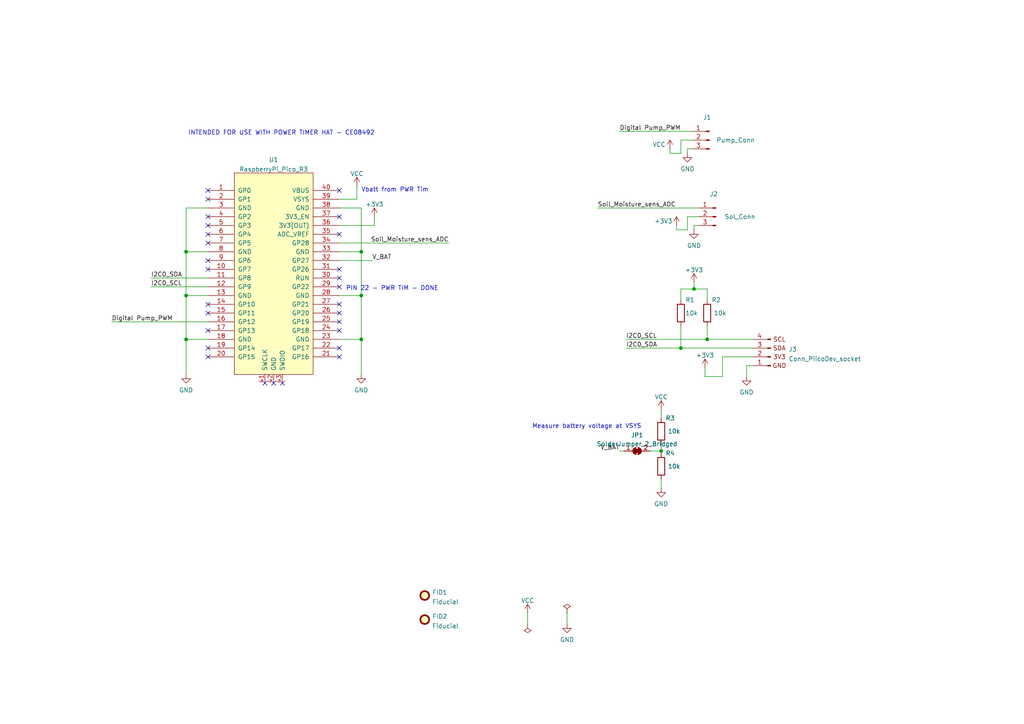
<source format=kicad_sch>
(kicad_sch (version 20211123) (generator eeschema)
  (paper "A4")
  (lib_symbols
    (symbol "Connector:Conn_01x03_Male" (pin_names (offset 1.016) hide)
      (property "Reference" "J" (at 0 5.08 0))
      (property "Value" "Conn_01x03_Male" (at 0 -5.08 0))
      (symbol "Conn_01x03_Male_1_1"
        (polyline (pts (xy 1.27 -2.54) (xy 0.8636 -2.54)) (stroke (width 0.1524)))
        (polyline (pts (xy 1.27 0) (xy 0.8636 0)) (stroke (width 0.1524)))
        (polyline (pts (xy 1.27 2.54) (xy 0.8636 2.54)) (stroke (width 0.1524)))
        (rectangle (start 0.8636 -2.413) (end 0 -2.667) (stroke (width 0.1524)) (fill (type outline)))
        (rectangle (start 0.8636 0.127) (end 0 -0.127) (stroke (width 0.1524)) (fill (type outline)))
        (rectangle (start 0.8636 2.667) (end 0 2.413) (stroke (width 0.1524)) (fill (type outline)))
        (pin passive line (at 5.08 2.54 180) (length 3.81) (name "Pin_1") (number "1"))
        (pin passive line (at 5.08 0 180) (length 3.81) (name "Pin_2") (number "2"))
        (pin passive line (at 5.08 -2.54 180) (length 3.81) (name "Pin_3") (number "3"))
      )
    )
    (symbol "CoreElectronics_Components:Conn_PiicoDev_socket" (pin_names (offset 1.016) hide)
      (property "Reference" "J" (at 0 7.62 0))
      (property "Value" "Conn_PiicoDev_socket" (at 0 -7.62 0))
      (symbol "Conn_PiicoDev_socket_0_0"
        (text "3V3" (at -2.54 2.54 0) (effects (font (size 1.27 1.27))))
        (text "GND" (at -2.54 5.08 0) (effects (font (size 1.27 1.27))))
        (text "SCL" (at -2.54 -2.54 0) (effects (font (size 1.27 1.27))))
        (text "SDA" (at -2.54 0 0) (effects (font (size 1.27 1.27))))
      )
      (symbol "Conn_PiicoDev_socket_1_1"
        (polyline (pts (xy 1.27 -2.54) (xy 0.8636 -2.54)) (stroke (width 0.1524)))
        (polyline (pts (xy 1.27 0) (xy 0.8636 0)) (stroke (width 0.1524)))
        (polyline (pts (xy 1.27 2.54) (xy 0.8636 2.54)) (stroke (width 0.1524)))
        (polyline (pts (xy 1.27 5.08) (xy 0.8636 5.08)) (stroke (width 0.1524)))
        (rectangle (start 0.8636 -2.413) (end 0 -2.667) (stroke (width 0.1524)) (fill (type outline)))
        (rectangle (start 0.8636 0.127) (end 0 -0.127) (stroke (width 0.1524)) (fill (type outline)))
        (rectangle (start 0.8636 2.667) (end 0 2.413) (stroke (width 0.1524)) (fill (type outline)))
        (rectangle (start 0.8636 5.207) (end 0 4.953) (stroke (width 0.1524)) (fill (type outline)))
        (pin passive line (at 5.08 5.08 180) (length 3.81) (name "Pin_1") (number "1"))
        (pin passive line (at 5.08 2.54 180) (length 3.81) (name "Pin_2") (number "2"))
        (pin passive line (at 5.08 0 180) (length 3.81) (name "Pin_3") (number "3"))
        (pin passive line (at 5.08 -2.54 180) (length 3.81) (name "Pin_4") (number "4"))
      )
    )
    (symbol "CoreElectronics_Components:RaspberryPi_Pico_R3" (pin_names (offset 1.016))
      (property "Reference" "U1" (at 0 33.0495 0))
      (property "Value" "RaspberryPi_Pico_R3" (at 0 30.2744 0))
      (symbol "RaspberryPi_Pico_R3_1_0"
        (rectangle (start -11.43 -29.21) (end 11.43 29.21) (fill (type background)))
      )
      (symbol "RaspberryPi_Pico_R3_1_1"
        (pin bidirectional line (at -19.05 24.13 0) (length 7.62) (name "GP0") (number "1"))
        (pin bidirectional line (at -19.05 1.27 0) (length 7.62) (name "GP7") (number "10"))
        (pin bidirectional line (at -19.05 -1.27 0) (length 7.62) (name "GP8") (number "11"))
        (pin bidirectional line (at -19.05 -3.81 0) (length 7.62) (name "GP9") (number "12"))
        (pin power_in line (at -19.05 -6.35 0) (length 7.62) (name "GND") (number "13"))
        (pin bidirectional line (at -19.05 -8.89 0) (length 7.62) (name "GP10") (number "14"))
        (pin bidirectional line (at -19.05 -11.43 0) (length 7.62) (name "GP11") (number "15"))
        (pin bidirectional line (at -19.05 -13.97 0) (length 7.62) (name "GP12") (number "16"))
        (pin bidirectional line (at -19.05 -16.51 0) (length 7.62) (name "GP13") (number "17"))
        (pin power_in line (at -19.05 -19.05 0) (length 7.62) (name "GND") (number "18"))
        (pin bidirectional line (at -19.05 -21.59 0) (length 7.62) (name "GP14") (number "19"))
        (pin bidirectional line (at -19.05 21.59 0) (length 7.62) (name "GP1") (number "2"))
        (pin bidirectional line (at -19.05 -24.13 0) (length 7.62) (name "GP15") (number "20"))
        (pin bidirectional line (at 19.05 -24.13 180) (length 7.62) (name "GP16") (number "21"))
        (pin bidirectional line (at 19.05 -21.59 180) (length 7.62) (name "GP17") (number "22"))
        (pin power_in line (at 19.05 -19.05 180) (length 7.62) (name "GND") (number "23"))
        (pin bidirectional line (at 19.05 -16.51 180) (length 7.62) (name "GP18") (number "24"))
        (pin bidirectional line (at 19.05 -13.97 180) (length 7.62) (name "GP19") (number "25"))
        (pin bidirectional line (at 19.05 -11.43 180) (length 7.62) (name "GP20") (number "26"))
        (pin bidirectional line (at 19.05 -8.89 180) (length 7.62) (name "GP21") (number "27"))
        (pin power_in line (at 19.05 -6.35 180) (length 7.62) (name "GND") (number "28"))
        (pin bidirectional line (at 19.05 -3.81 180) (length 7.62) (name "GP22") (number "29"))
        (pin power_in line (at -19.05 19.05 0) (length 7.62) (name "GND") (number "3"))
        (pin input line (at 19.05 -1.27 180) (length 7.62) (name "RUN") (number "30"))
        (pin bidirectional line (at 19.05 1.27 180) (length 7.62) (name "GP26") (number "31"))
        (pin bidirectional line (at 19.05 3.81 180) (length 7.62) (name "GP27") (number "32"))
        (pin power_in line (at 19.05 6.35 180) (length 7.62) (name "GND") (number "33"))
        (pin bidirectional line (at 19.05 8.89 180) (length 7.62) (name "GP28") (number "34"))
        (pin input line (at 19.05 11.43 180) (length 7.62) (name "ADC_VREF") (number "35"))
        (pin power_out line (at 19.05 13.97 180) (length 7.62) (name "3V3(OUT)") (number "36"))
        (pin input line (at 19.05 16.51 180) (length 7.62) (name "3V3_EN") (number "37"))
        (pin power_in line (at 19.05 19.05 180) (length 7.62) (name "GND") (number "38"))
        (pin power_in line (at 19.05 21.59 180) (length 7.62) (name "VSYS") (number "39"))
        (pin bidirectional line (at -19.05 16.51 0) (length 7.62) (name "GP2") (number "4"))
        (pin power_out line (at 19.05 24.13 180) (length 7.62) (name "VBUS") (number "40"))
        (pin input line (at -2.54 -31.75 90) (length 2.54) (name "SWCLK") (number "41"))
        (pin power_in line (at 0 -31.75 90) (length 2.54) (name "GND") (number "42"))
        (pin bidirectional line (at 2.54 -31.75 90) (length 2.54) (name "SWDIO") (number "43"))
        (pin bidirectional line (at -19.05 13.97 0) (length 7.62) (name "GP3") (number "5"))
        (pin bidirectional line (at -19.05 11.43 0) (length 7.62) (name "GP4") (number "6"))
        (pin bidirectional line (at -19.05 8.89 0) (length 7.62) (name "GP5") (number "7"))
        (pin power_in line (at -19.05 6.35 0) (length 7.62) (name "GND") (number "8"))
        (pin bidirectional line (at -19.05 3.81 0) (length 7.62) (name "GP6") (number "9"))
      )
    )
    (symbol "Device:R" (pin_numbers hide) (pin_names (offset 0))
      (property "Reference" "R" (at 2.032 0 90))
      (property "Value" "R" (at 0 0 90))
      (symbol "R_0_1"
        (rectangle (start -1.016 -2.54) (end 1.016 2.54) (stroke (width 0.254)))
      )
      (symbol "R_1_1"
        (pin passive line (at 0 3.81 270) (length 1.27) (name "~") (number "1"))
        (pin passive line (at 0 -3.81 90) (length 1.27) (name "~") (number "2"))
      )
    )
    (symbol "Jumper:SolderJumper_2_Bridged" (pin_names (offset 0) hide)
      (property "Reference" "JP" (at 0 2.032 0))
      (property "Value" "SolderJumper_2_Bridged" (at 0 -2.54 0))
      (symbol "SolderJumper_2_Bridged_0_1"
        (rectangle (start -0.508 0.508) (end 0.508 -0.508) (fill (type outline)))
        (arc (start -0.254 1.016) (mid -1.27 0) (end -0.254 -1.016))
        (arc (start -0.254 1.016) (mid -1.27 0) (end -0.254 -1.016) (fill (type outline)))
        (polyline (pts (xy -0.254 1.016) (xy -0.254 -1.016)))
        (polyline (pts (xy 0.254 1.016) (xy 0.254 -1.016)))
        (arc (start 0.254 -1.016) (mid 1.27 0) (end 0.254 1.016))
        (arc (start 0.254 -1.016) (mid 1.27 0) (end 0.254 1.016) (fill (type outline)))
      )
      (symbol "SolderJumper_2_Bridged_1_1"
        (pin passive line (at -3.81 0 0) (length 2.54) (name "A") (number "1"))
        (pin passive line (at 3.81 0 180) (length 2.54) (name "B") (number "2"))
      )
    )
    (symbol "Mechanical:Fiducial"
      (property "Reference" "FID" (at 0 5.08 0))
      (property "Value" "Fiducial" (at 0 3.175 0))
      (symbol "Fiducial_0_1"
        (circle (center 0 0) (radius 1.27) (stroke (width 0.508)) (fill (type background)))
      )
    )
    (symbol "power:+3V3" (power) (pin_names (offset 0))
      (property "Value" "+3V3" (at 0 3.556 0))
      (symbol "+3V3_0_1"
        (polyline (pts (xy -0.762 1.27) (xy 0 2.54)))
        (polyline (pts (xy 0 0) (xy 0 2.54)))
        (polyline (pts (xy 0 2.54) (xy 0.762 1.27)))
      )
      (symbol "+3V3_1_1"
        (pin power_in line (at 0 0 90) (length 0) hide (name "+3V3") (number "1"))
      )
    )
    (symbol "power:GND" (power) (pin_names (offset 0))
      (property "Value" "GND" (at 0 -3.81 0))
      (symbol "GND_0_1"
        (polyline (pts (xy 0 0) (xy 0 -1.27) (xy 1.27 -1.27) (xy 0 -2.54) (xy -1.27 -1.27) (xy 0 -1.27)))
      )
      (symbol "GND_1_1"
        (pin power_in line (at 0 0 270) (length 0) hide (name "GND") (number "1"))
      )
    )
    (symbol "power:PWR_FLAG" (power) (pin_numbers hide) (pin_names (offset 0) hide)
      (property "Value" "PWR_FLAG" (at 0 3.81 0))
      (symbol "PWR_FLAG_0_0"
        (pin power_out line (at 0 0 90) (length 0) (name "pwr") (number "1"))
      )
      (symbol "PWR_FLAG_0_1"
        (polyline (pts (xy 0 0) (xy 0 1.27) (xy -1.016 1.905) (xy 0 2.54) (xy 1.016 1.905) (xy 0 1.27)))
      )
    )
    (symbol "power:VCC" (power) (pin_names (offset 0))
      (property "Value" "VCC" (at 0 3.81 0))
      (symbol "VCC_0_1"
        (polyline (pts (xy -0.762 1.27) (xy 0 2.54)))
        (polyline (pts (xy 0 0) (xy 0 2.54)))
        (polyline (pts (xy 0 2.54) (xy 0.762 1.27)))
      )
      (symbol "VCC_1_1"
        (pin power_in line (at 0 0 90) (length 0) hide (name "VCC") (number "1"))
      )
    )
  )
  (junction (at 191.77 130.81))
  (junction (at 53.975 98.425))
  (junction (at 53.975 85.725))
  (junction (at 197.485 100.965))
  (junction (at 53.975 73.025))
  (junction (at 205.105 98.425))
  (junction (at 104.775 98.425))
  (junction (at 201.295 83.82))
  (junction (at 104.775 85.725))
  (junction (at 104.775 73.025))
  (no_connect (at 60.325 62.865))
  (no_connect (at 98.425 100.965))
  (no_connect (at 98.425 88.265))
  (no_connect (at 98.425 55.245))
  (no_connect (at 60.325 88.265))
  (no_connect (at 60.325 70.485))
  (no_connect (at 60.325 67.945))
  (no_connect (at 98.425 95.885))
  (no_connect (at 98.425 78.105))
  (no_connect (at 98.425 93.345))
  (no_connect (at 60.325 95.885))
  (no_connect (at 60.325 90.805))
  (no_connect (at 60.325 55.245))
  (no_connect (at 98.425 103.505))
  (no_connect (at 60.325 78.105))
  (no_connect (at 60.325 75.565))
  (no_connect (at 98.425 90.805))
  (no_connect (at 60.325 100.965))
  (no_connect (at 60.325 57.785))
  (no_connect (at 81.915 111.125))
  (no_connect (at 76.835 111.125))
  (no_connect (at 79.375 111.125))
  (no_connect (at 98.425 80.645))
  (no_connect (at 98.425 67.945))
  (no_connect (at 60.325 65.405))
  (no_connect (at 98.425 83.185))
  (no_connect (at 98.425 62.865))
  (no_connect (at 60.325 103.505))
  (wire (pts (xy 153.035 180.975) (xy 153.035 177.8)))
  (wire (pts (xy 104.775 85.725) (xy 104.775 98.425)))
  (wire (pts (xy 202.565 62.865) (xy 199.39 62.865)))
  (wire (pts (xy 173.355 60.325) (xy 202.565 60.325)))
  (wire (pts (xy 199.39 66.675) (xy 196.215 66.675)))
  (wire (pts (xy 60.325 98.425) (xy 53.975 98.425)))
  (wire (pts (xy 179.705 130.81) (xy 180.975 130.81)))
  (wire (pts (xy 218.44 103.505) (xy 209.55 103.505)))
  (wire (pts (xy 103.505 57.785) (xy 103.505 53.975)))
  (wire (pts (xy 205.105 86.995) (xy 205.105 83.82)))
  (wire (pts (xy 164.465 177.8) (xy 164.465 180.975)))
  (wire (pts (xy 104.775 73.025) (xy 104.775 85.725)))
  (wire (pts (xy 196.215 65.405) (xy 196.215 66.675)))
  (wire (pts (xy 181.61 98.425) (xy 205.105 98.425)))
  (wire (pts (xy 53.975 60.325) (xy 53.975 73.025)))
  (wire (pts (xy 53.975 73.025) (xy 53.975 85.725)))
  (wire (pts (xy 191.77 128.905) (xy 191.77 130.81)))
  (wire (pts (xy 197.485 100.965) (xy 218.44 100.965)))
  (wire (pts (xy 194.31 43.18) (xy 194.31 44.45)))
  (wire (pts (xy 32.385 93.345) (xy 60.325 93.345)))
  (wire (pts (xy 199.39 43.18) (xy 199.39 44.45)))
  (wire (pts (xy 209.55 109.22) (xy 204.47 109.22)))
  (wire (pts (xy 188.595 130.81) (xy 191.77 130.81)))
  (wire (pts (xy 98.425 75.565) (xy 107.95 75.565)))
  (wire (pts (xy 205.105 98.425) (xy 218.44 98.425)))
  (wire (pts (xy 104.775 98.425) (xy 104.775 108.585)))
  (wire (pts (xy 43.815 83.185) (xy 60.325 83.185)))
  (wire (pts (xy 179.705 38.1) (xy 200.66 38.1)))
  (wire (pts (xy 98.425 98.425) (xy 104.775 98.425)))
  (wire (pts (xy 201.295 83.82) (xy 197.485 83.82)))
  (wire (pts (xy 205.105 94.615) (xy 205.105 98.425)))
  (wire (pts (xy 197.485 44.45) (xy 194.31 44.45)))
  (wire (pts (xy 60.325 85.725) (xy 53.975 85.725)))
  (wire (pts (xy 209.55 103.505) (xy 209.55 109.22)))
  (wire (pts (xy 53.975 85.725) (xy 53.975 98.425)))
  (wire (pts (xy 201.295 83.82) (xy 205.105 83.82)))
  (wire (pts (xy 98.425 70.485) (xy 130.175 70.485)))
  (wire (pts (xy 108.585 65.405) (xy 108.585 62.865)))
  (wire (pts (xy 201.295 81.915) (xy 201.295 83.82)))
  (wire (pts (xy 191.77 130.81) (xy 191.77 131.445)))
  (wire (pts (xy 199.39 62.865) (xy 199.39 66.675)))
  (wire (pts (xy 191.77 118.745) (xy 191.77 121.285)))
  (wire (pts (xy 216.535 106.045) (xy 216.535 109.22)))
  (wire (pts (xy 43.815 80.645) (xy 60.325 80.645)))
  (wire (pts (xy 197.485 40.64) (xy 197.485 44.45)))
  (wire (pts (xy 60.325 73.025) (xy 53.975 73.025)))
  (wire (pts (xy 60.325 60.325) (xy 53.975 60.325)))
  (wire (pts (xy 201.295 65.405) (xy 201.295 66.675)))
  (wire (pts (xy 191.77 139.065) (xy 191.77 141.605)))
  (wire (pts (xy 98.425 73.025) (xy 104.775 73.025)))
  (wire (pts (xy 181.61 100.965) (xy 197.485 100.965)))
  (wire (pts (xy 199.39 43.18) (xy 200.66 43.18)))
  (wire (pts (xy 53.975 98.425) (xy 53.975 108.585)))
  (wire (pts (xy 98.425 60.325) (xy 104.775 60.325)))
  (wire (pts (xy 98.425 85.725) (xy 104.775 85.725)))
  (wire (pts (xy 218.44 106.045) (xy 216.535 106.045)))
  (wire (pts (xy 104.775 60.325) (xy 104.775 73.025)))
  (wire (pts (xy 200.66 40.64) (xy 197.485 40.64)))
  (wire (pts (xy 98.425 65.405) (xy 108.585 65.405)))
  (wire (pts (xy 98.425 57.785) (xy 103.505 57.785)))
  (wire (pts (xy 197.485 83.82) (xy 197.485 86.995)))
  (wire (pts (xy 197.485 94.615) (xy 197.485 100.965)))
  (wire (pts (xy 201.295 65.405) (xy 202.565 65.405)))
  (wire (pts (xy 204.47 109.22) (xy 204.47 106.68)))
  (text "INTENDED FOR USE WITH POWER TIMER HAT - CE08492 " (at 54.61 39.37 0) (effects (font (size 1.27 1.27)) (justify left bottom)))
  (text "Vbatt from PWR Tim" (at 104.775 55.88 0) (effects (font (size 1.27 1.27)) (justify left bottom)))
  (text "PIN 22 - PWR TIM - DONE" (at 100.33 84.455 0) (effects (font (size 1.27 1.27)) (justify left bottom)))
  (text "Measure battery voltage at VSYS" (at 154.305 124.46 0) (effects (font (size 1.27 1.27)) (justify left bottom)))
  (label "V_BAT" (at 107.95 75.565 0))
  (label "I2C0_SDA" (at 43.815 80.645 0))
  (label "Soil_Moisture_sens_ADC" (at 130.175 70.485 180))
  (label "I2C0_SDA" (at 181.61 100.965 0))
  (label "I2C0_SCL" (at 181.61 98.425 0))
  (label "Soil_Moisture_sens_ADC" (at 173.355 60.325 0))
  (label "Digital Pump_PWM" (at 179.705 38.1 0))
  (label "Digital Pump_PWM" (at 32.385 93.345 0))
  (label "I2C0_SCL" (at 43.815 83.185 0))
  (label "V_BAT" (at 179.705 130.81 180))
  (symbol (lib_id "Device:R") (at 205.105 90.805 0) (unit 1)
    (property "Reference" "R2" (at 206.375 86.995 0) (effects (justify left)))
    (property "Value" "10k" (at 207.01 90.805 0) (effects (justify left)))
    (property "Footprint" "Resistor_SMD:R_0402_1005Metric" (effects hide))
  )
  (symbol (lib_id "power:+3V3") (at 108.585 62.865 0) (unit 1)
    (property "Reference" "#PWR04" (effects hide))
    (property "Value" "+3V3" (at 108.585 59.2605 0))
  )
  (symbol (lib_id "CoreElectronics_Components:Conn_PiicoDev_socket") (at 223.52 100.965 180) (unit 1)
    (property "Reference" "J3" (at 228.7096 101.3264 0) (effects (justify right)))
    (property "Value" "Conn_PiicoDev_socket" (at 228.7096 104.1015 0) (effects (justify right)))
    (property "Footprint" "Connector_JST:JST_SH_SM04B-SRSS-TB_1x04-1MP_P1.00mm_Horizontal" (effects hide))
  )
  (symbol (lib_id "power:PWR_FLAG") (at 153.035 180.975 180) (unit 1)
    (property "Reference" "#FLG0101" (effects hide))
    (property "Value" "PWR_FLAG" (effects hide))
  )
  (symbol (lib_id "power:+3V3") (at 196.215 65.405 0) (unit 1)
    (property "Reference" "#PWR06" (effects hide))
    (property "Value" "+3V3" (at 192.405 64.135 0))
  )
  (symbol (lib_id "power:GND") (at 199.39 44.45 0) (unit 1)
    (property "Reference" "#PWR07" (effects hide))
    (property "Value" "GND" (at 199.39 49.0125 0))
  )
  (symbol (lib_id "power:GND") (at 53.975 108.585 0) (mirror y) (unit 1)
    (property "Reference" "#PWR01" (effects hide))
    (property "Value" "GND" (at 53.975 113.1475 0))
  )
  (symbol (lib_id "power:GND") (at 216.535 109.22 0) (unit 1)
    (property "Reference" "#PWR0104" (effects hide))
    (property "Value" "GND" (at 216.535 113.7825 0))
  )
  (symbol (lib_id "power:GND") (at 201.295 66.675 0) (unit 1)
    (property "Reference" "#PWR08" (effects hide))
    (property "Value" "GND" (at 201.295 71.2375 0))
  )
  (symbol (lib_id "Device:R") (at 197.485 90.805 0) (unit 1)
    (property "Reference" "R1" (at 198.755 86.995 0) (effects (justify left)))
    (property "Value" "10k" (at 198.755 90.805 0) (effects (justify left)))
    (property "Footprint" "Resistor_SMD:R_0402_1005Metric" (effects hide))
  )
  (symbol (lib_id "Device:R") (at 191.77 125.095 0) (unit 1)
    (property "Reference" "R3" (at 193.04 121.285 0) (effects (justify left)))
    (property "Value" "10k" (at 193.675 125.095 0) (effects (justify left)))
    (property "Footprint" "Resistor_SMD:R_0402_1005Metric" (effects hide))
  )
  (symbol (lib_id "power:PWR_FLAG") (at 164.465 177.8 0) (unit 1)
    (property "Reference" "#FLG0102" (effects hide))
    (property "Value" "PWR_FLAG" (effects hide))
  )
  (symbol (lib_id "power:+3V3") (at 201.295 81.915 0) (unit 1)
    (property "Reference" "#PWR0103" (effects hide))
    (property "Value" "+3V3" (at 201.295 78.3105 0))
  )
  (symbol (lib_id "Device:R") (at 191.77 135.255 0) (unit 1)
    (property "Reference" "R4" (at 193.04 131.445 0) (effects (justify left)))
    (property "Value" "10k" (at 193.675 135.255 0) (effects (justify left)))
    (property "Footprint" "Resistor_SMD:R_0402_1005Metric" (effects hide))
  )
  (symbol (lib_id "power:GND") (at 104.775 108.585 0) (unit 1)
    (property "Reference" "#PWR03" (effects hide))
    (property "Value" "GND" (at 104.775 113.1475 0))
  )
  (symbol (lib_id "Connector:Conn_01x03_Male") (at 207.645 62.865 0) (mirror y) (unit 1)
    (property "Reference" "J2" (at 207.01 56.2823 0))
    (property "Value" "Sol_Conn" (at 214.63 62.865 0))
    (property "Footprint" "Liam-Footprints:PinHeader_1x03_P2.54mm_Vertical_SMD_Pin1Left-BetterMechanical" (effects hide))
  )
  (symbol (lib_id "power:VCC") (at 103.505 53.975 0) (unit 1)
    (property "Reference" "#PWR02" (effects hide))
    (property "Value" "VCC" (at 103.505 50.3705 0))
  )
  (symbol (lib_id "power:VCC") (at 194.31 43.18 0) (unit 1)
    (property "Reference" "#PWR05" (effects hide))
    (property "Value" "VCC" (at 189.23 41.91 0) (effects (justify left)))
  )
  (symbol (lib_id "power:+3V3") (at 204.47 106.68 0) (unit 1)
    (property "Reference" "#PWR0105" (effects hide))
    (property "Value" "+3V3" (at 204.47 103.0755 0))
  )
  (symbol (lib_id "CoreElectronics_Components:RaspberryPi_Pico_R3") (at 79.375 79.375 0) (unit 1)
    (property "Reference" "U1" (at 79.375 46.3255 0))
    (property "Value" "RaspberryPi_Pico_R3" (at 79.375 49.1006 0))
    (property "Footprint" "Liam-Footprints:Pico-Shim-Fit_Oval-Spark" (effects hide))
  )
  (symbol (lib_id "power:VCC") (at 153.035 177.8 0) (unit 1)
    (property "Reference" "#PWR0102" (effects hide))
    (property "Value" "VCC" (at 153.035 174.1955 0))
  )
  (symbol (lib_id "power:GND") (at 191.77 141.605 0) (unit 1)
    (property "Reference" "#PWR0106" (effects hide))
    (property "Value" "GND" (at 191.77 146.1675 0))
  )
  (symbol (lib_id "power:GND") (at 164.465 180.975 0) (unit 1)
    (property "Reference" "#PWR0101" (effects hide))
    (property "Value" "GND" (at 164.465 185.5375 0))
  )
  (symbol (lib_id "Connector:Conn_01x03_Male") (at 205.74 40.64 0) (mirror y) (unit 1)
    (property "Reference" "J1" (at 205.105 34.0573 0))
    (property "Value" "Pump_Conn" (at 213.36 40.64 0))
    (property "Footprint" "Liam-Footprints:PinHeader_1x03_P2.54mm_Vertical_SMD_Pin1Left-BetterMechanical" (effects hide))
  )
  (symbol (lib_id "Mechanical:Fiducial") (at 123.19 179.705 0) (unit 1)
    (property "Reference" "FID2" (at 125.349 178.7965 0) (effects (justify left)))
    (property "Value" "Fiducial" (at 125.349 181.5716 0) (effects (justify left)))
    (property "Footprint" "Fiducial:Fiducial_1mm_Mask2mm" (effects hide))
  )
  (symbol (lib_id "Jumper:SolderJumper_2_Bridged") (at 184.785 130.81 0) (unit 1)
    (property "Reference" "JP1" (at 184.785 126.2212 0))
    (property "Value" "SolderJumper_2_Bridged" (at 184.785 128.7581 0))
    (property "Footprint" "CoreElectronics_Components:SolderJumper-2_P1.3mm_Bridged_RoundedPad1.0x1.5mm" (effects hide))
  )
  (symbol (lib_id "power:VCC") (at 191.77 118.745 0) (unit 1)
    (property "Reference" "#PWR0107" (effects hide))
    (property "Value" "VCC" (at 191.77 115.1405 0))
  )
  (symbol (lib_id "Mechanical:Fiducial") (at 123.19 172.72 0) (unit 1)
    (property "Reference" "FID1" (at 125.349 171.8115 0) (effects (justify left)))
    (property "Value" "Fiducial" (at 125.349 174.5866 0) (effects (justify left)))
    (property "Footprint" "Fiducial:Fiducial_1mm_Mask2mm" (effects hide))
  )
)
</source>
